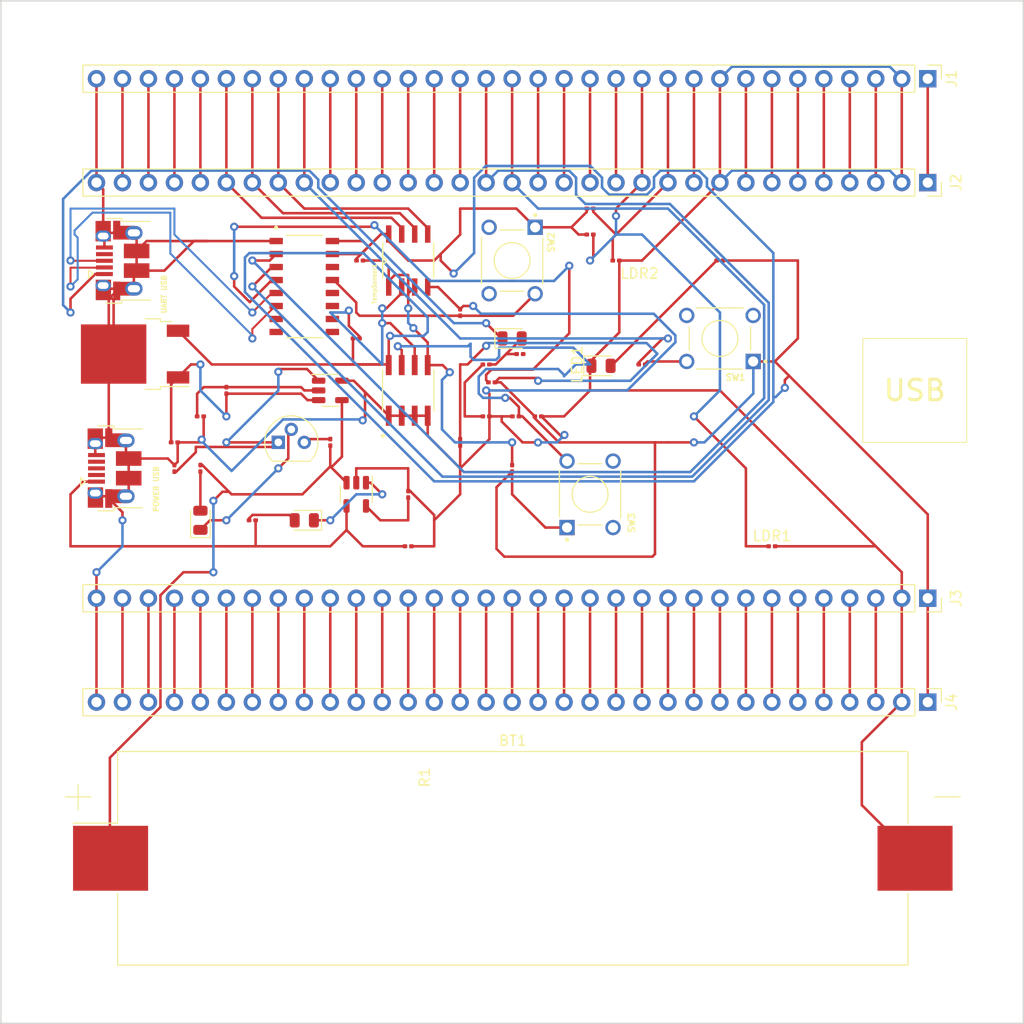
<source format=kicad_pcb>
(kicad_pcb (version 20211014) (generator pcbnew)
  (layers (0 "F.Cu" signal) (31 "B.Cu" signal) (34 "B.Paste" user) (35 "F.Paste" user) (36 "B.SilkS" user "B.Silkscreen") (37 "F.SilkS" user "F.Silkscreen") (38 "B.Mask" user) (39 "F.Mask" user) (44 "Edge.Cuts" user))
  (net 0 "")
  (net 1 "+3V0")
  (net 2 "GND")
  (net 3 "/VBAT")
  (net 4 "/PC13")
  (net 5 "/PC14")
  (net 6 "/PC15")
  (net 7 "/PF0")
  (net 8 "/PF1")
  (net 9 "/NRST")
  (net 10 "/PC0")
  (net 11 "/PC1")
  (net 12 "/PC2")
  (net 13 "/PC3")
  (net 14 "/PA0")
  (net 15 "/PA1")
  (net 16 "/PA2")
  (net 17 "/PA3")
  (net 18 "/PF4")
  (net 19 "/PF5")
  (net 20 "/PA4")
  (net 21 "/PA5")
  (net 22 "/PA6")
  (net 23 "/PA7")
  (net 24 "/PC4")
  (net 25 "/PC5")
  (net 26 "/PB0")
  (net 27 "/PB1")
  (net 28 "/PB2")
  (net 29 "/PB10")
  (net 30 "/PB11")
  (net 31 "/PB12")
  (net 32 "+5V")
  (net 33 "/PB9")
  (net 34 "/PB8")
  (net 35 "VDD")
  (net 36 "/BOOT")
  (net 37 "/PB7")
  (net 38 "/PB6")
  (net 39 "/PB5")
  (net 40 "/PB4")
  (net 41 "/PB3")
  (net 42 "/PD2")
  (net 43 "/PC12")
  (net 44 "/PC11")
  (net 45 "/PC10")
  (net 46 "/PA15")
  (net 47 "/PA14")
  (net 48 "/PF7")
  (net 49 "/PF6")
  (net 50 "/PA13")
  (net 51 "/PA12")
  (net 52 "/PA11")
  (net 53 "/PA10")
  (net 54 "/PA9")
  (net 55 "/PA8")
  (net 56 "/PC9")
  (net 57 "/PC8")
  (net 58 "/PC7")
  (net 59 "/PC6")
  (net 60 "/PB15")
  (net 61 "/PB14")
  (net 62 "/PB13")
  (net 63 "/Sensing/I2CBUS")
  (net 64 "/Sensing/CLK")
  (net 65 "/microcontroller_interfacing/GND = Normal R{slash}W operations")
  (net 66 "Net-(LED1-Pad2)")
  (net 67 "Net-(R9-Pad2)")
  (net 68 "Net-(R1-Pad1)")
  (net 69 "Net-(Q1-Pad1)")
  (net 70 "Net-(BT1-Pad1)")
  (net 71 "Net-(D1-Pad2)")
  (net 72 "OPAMP OUT")
  (net 73 "Net-(R4-Pad2)")
  (net 74 "Net-(Q1-Pad3)")
  (net 75 "Net-(D2-Pad2)")
  (net 76 "Net-(C2-Pad1)")
  (net 77 "Net-(D3-Pad2)")
  (net 78 "Net-(R16-Pad2)")
  (net 79 "/microcontroller_interfacing/USB PWR (5V)")
  (net 80 "Net-(FTDI(UART)1-Pad13)")
  (net 81 "Net-(D1-Pad1)")
  (net 82 "Net-(D2-Pad1)")
  (net 83 "Net-(D3-Pad1)")
  (net 84 "USB D-")
  (net 85 "USB D+")
  (net 87 "Net-(C5-Pad1)")
  (footprint "Resistor_SMD:R_0201_0603Metric" (layer "F.Cu") (at 147.32 78.74)
    (fp_text reference "R10" hide)
    (fp_text value "10K" hide)
  )
  (footprint "Package_TO_SOT_SMD:SOT-23-5" (layer "F.Cu") (at 124.46 106.68 -90)
    (fp_text reference "U2" hide)
    (fp_text value "TP4054")
  )
  (footprint "Resistor_SMD:R_0201_0603Metric" (layer "F.Cu") (at 160.02 83.82 180)
    (fp_text reference "R14" hide)
    (fp_text value "10k" hide)
  )
  (footprint "CH340C:SOIC127P600X180-16N" (layer "F.Cu") (at 119.38 86.36)
    (fp_text reference "FTDI(UART)1" hide)
    (fp_text value "CH340C")
  )
  (footprint "Capacitor_SMD:C_0201_0603Metric" (layer "F.Cu") (at 129.54 111.76)
    (fp_text reference "C2" hide)
    (fp_text value "1e-6" hide)
  )
  (footprint "Package_TO_SOT_SMD:SOT-23-5" (layer "F.Cu") (at 121.92 96.52)
    (fp_text reference "U1" hide)
    (fp_text value "TLV316")
  )
  (footprint "LED_SMD:LED_0805_2012Metric" (layer "F.Cu") (at 119.38 109.22 180)
    (fp_text reference "D2" hide)
    (fp_text value "2V" hide)
  )
  (footprint "Connector_USB:USB_Micro-B_Amphenol_10103594-0001LF_Horizontal" (layer "F.Cu") (at 101.6 83.82 90)
    (fp_text reference "J6" hide)
    (fp_text value "USB_B_Micro")
  )
  (footprint "Connector_USB:USB_Micro-B_Amphenol_10103594-0001LF_Horizontal" (layer "F.Cu") (at 100.825 104.115 90)
    (fp_text reference "J5" hide)
    (fp_text value "USB_B_Micro")
  )
  (footprint "Resistor_SMD:R_0201_0603Metric" (layer "F.Cu") (at 134.62 88.9 90)
    (fp_text reference "R18" hide)
    (fp_text value "4K7" hide)
  )
  (footprint "Resistor_SMD:R_0201_0603Metric" (layer "F.Cu") (at 137.16 93.98 180)
    (fp_text reference "R16" hide)
    (fp_text value "1K" hide)
  )
  (footprint "Capacitor_SMD:C_0201_0603Metric" (layer "F.Cu") (at 106.68 101.6)
    (fp_text reference "C1" hide)
    (fp_text value "0.33e-6" hide)
  )
  (footprint "SOIC127P600X175-8N:EEPROM" (layer "F.Cu") (at 129.54 96.52 90)
    (fp_text reference "EEPROM1" hide)
    (fp_text value "AT24C256C-SSHL-T")
  )
  (footprint "Resistor_SMD:R_0201_0603Metric" (layer "F.Cu") (at 165.1 111.76)
    (fp_text reference "LDR1")
    (fp_text value "10K - 0.2M" hide)
  )
  (footprint "1825910-6:SW_1825910-6-4" (layer "F.Cu") (at 160.02 91.44 180)
    (fp_text reference "SW1")
    (fp_text value "Push Button 1")
  )
  (footprint "Connector_PinSocket_2.54mm:PinSocket_1x33_P2.54mm_Vertical" (layer "F.Cu") (at 180.34 76.2 -90)
    (fp_text reference "J2")
    (fp_text value "Conn_01x33_Female" hide)
  )
  (footprint "Resistor_SMD:R_0201_0603Metric" (layer "F.Cu") (at 124.805 83.82)
    (fp_text reference "R12" hide)
    (fp_text value "10k" hide)
  )
  (footprint "LM75BD:SOIC127P600X175-8N" (layer "F.Cu") (at 129.54 83.82 90)
    (fp_text reference "TempSensor1")
    (fp_text value "LM75B")
  )
  (footprint "Resistor_SMD:R_0201_0603Metric" (layer "F.Cu") (at 137.16 99.06)
    (fp_text reference "R17" hide)
    (fp_text value "1K" hide)
  )
  (footprint "LED_SMD:LED_0805_2012Metric" (layer "F.Cu") (at 148.39355 94.11605)
    (fp_text reference "LED1")
    (fp_text value "2V" hide)
  )
  (footprint "Resistor_SMD:R_0201_0603Metric" (layer "F.Cu") (at 152.4 93.98)
    (fp_text reference "R9" hide)
    (fp_text value "1K" hide)
  )
  (footprint "Connector_PinHeader_2.54mm:PinHeader_1x33_P2.54mm_Vertical" (layer "F.Cu") (at 180.34 66.04 -90)
    (fp_text reference "J1")
    (fp_text value "Conn_01x33_Female" hide)
  )
  (footprint "Resistor_SMD:R_0201_0603Metric" (layer "F.Cu") (at 121.92 101.6 -90)
    (fp_text reference "R6" hide)
    (fp_text value "100ohms" hide)
  )
  (footprint "Resistor_SMD:R_0201_0603Metric" (layer "F.Cu") (at 111.76 96.52 90)
    (fp_text reference "R4" hide)
    (fp_text value "160" hide)
  )
  (footprint "Resistor_SMD:R_0201_0603Metric" (layer "F.Cu") (at 109.22 104.14 -90)
    (fp_text reference "R3" hide)
    (fp_text value "31ohms" hide)
  )
  (footprint "Capacitor_SMD:C_0201_0603Metric" (layer "F.Cu") (at 137.7 95.73)
    (fp_text reference "C5" hide)
    (fp_text value "CT41G-0402-2X1-16V-0.1μF-K(N)" hide)
  )
  (footprint "Resistor_SMD:R_0201_0603Metric" (layer "F.Cu") (at 140.045 99.06 180)
    (fp_text reference "R19" hide)
    (fp_text value "10K" hide)
  )
  (footprint "Resistor_SMD:R_0201_0603Metric" (layer "F.Cu") (at 124.46 91.44)
    (fp_text reference "R13" hide)
    (fp_text value "10k" hide)
  )
  (footprint "Connector_PinHeader_2.54mm:PinHeader_1x33_P2.54mm_Vertical" (layer "F.Cu") (at 180.34 127 -90)
    (fp_text reference "J4")
    (fp_text value "Conn_01x33_Female" hide)
  )
  (footprint "Resistor_SMD:R_0201_0603Metric" (layer "F.Cu") (at 140.462 92.964 180)
    (fp_text reference "R15" hide)
    (fp_text value "1K" hide)
  )
  (footprint "Capacitor_SMD:C_0201_0603Metric" (layer "F.Cu") (at 142.24 99.06)
    (fp_text reference "C4" hide)
    (fp_text value "0.1u" hide)
  )
  (footprint "Resistor_SMD:R_0201_0603Metric" (layer "F.Cu") (at 129.54 106.68 90)
    (fp_text reference "R1")
    (fp_text value "1650" hide)
  )
  (footprint "LED_SMD:LED_0805_2012Metric" (layer "F.Cu") (at 109.22 109.22 90)
    (fp_text reference "D1" hide)
    (fp_text value "2V" hide)
  )
  (footprint "Capacitor_SMD:C_0201_0603Metric" (layer "F.Cu") (at 134.62 101.6 -90)
    (fp_text reference "C3" hide)
    (fp_text value "0.1e-6" hide)
  )
  (footprint "Connector_PinSocket_2.54mm:PinSocket_1x33_P2.54mm_Vertical" (layer "F.Cu") (at 180.34 116.84 -90)
    (fp_text reference "J3")
    (fp_text value "Conn_01x33_Female" hide)
  )
  (footprint "Resistor_SMD:R_0201_0603Metric" (layer "F.Cu") (at 139.7 104.14 90)
    (fp_text reference "R11" hide)
    (fp_text value "10k" hide)
  )
  (footprint "LED_SMD:LED_0805_2012Metric" (layer "F.Cu") (at 139.7 91.44)
    (fp_text reference "D3" hide)
    (fp_text value "DIODE" hide)
  )
  (footprint "Resistor_SMD:R_0201_0603Metric" (layer "F.Cu") (at 106.68 104.14 -90)
    (fp_text reference "R2" hide)
    (fp_text value "100ohms" hide)
  )
  (footprint "Battery:BatteryHolder_Keystone_1042_1x18650" (layer "F.Cu") (at 139.767744 142.267744)
    (fp_text reference "BT1")
    (fp_text value "3V - 4.2V")
  )
  (footprint "1825910-6:SW_1825910-6-4" (layer "F.Cu") (at 139.7 83.82 -90)
    (fp_text reference "SW2")
    (fp_text value "C13828")
  )
  (footprint "Resistor_SMD:R_0201_0603Metric" (layer "F.Cu") (at 149.86 83.82)
    (fp_text reference "LDR2")
    (fp_text value "10k - 0.2M" hide)
  )
  (footprint "Resistor_SMD:R_0201_0603Metric" (layer "F.Cu") (at 114.3 109.22)
    (fp_text reference "R7" hide)
    (fp_text value "1000" hide)
  )
  (footprint "Resistor_SMD:R_0201_0603Metric" (layer "F.Cu") (at 109.22 99.06)
    (fp_text reference "R5" hide)
    (fp_text value "10" hide)
  )
  (footprint "Package_TO_SOT_THT:TO-92" (layer "F.Cu") (at 116.84 101.6)
    (fp_text reference "Q1" hide)
    (fp_text value "2N2222A")
  )
  (footprint "Resistor_SMD:R_0201_0603Metric" (layer "F.Cu") (at 147.32 81.28)
    (fp_text reference "R8" hide)
    (fp_text value "10K" hide)
  )
  (footprint "1825910-6:SW_1825910-6-4" (layer "F.Cu") (at 147.32 106.68 90)
    (fp_text reference "SW3")
    (fp_text value "C13828")
  )
  (footprint "Package_TO_SOT_SMD:TO-252-2" (layer "F.Cu") (at 102.835 92.965 180)
    (fp_text reference "VoltageRegulator1" hide)
    (fp_text value "CJ78M05")
  )
  (gr_rect (start 173.99 91.44) (end 184.15 101.6) (layer "F.SilkS") (width 0.1) (fill none))
  (gr_line (start 189.7 58.42) (end 189.7 158.42) (layer "Edge.Cuts") (width 0.15))
  (gr_line (start 89.7 58.42) (end 189.7 58.42) (layer "Edge.Cuts") (width 0.15))
  (gr_line (start 89.7 58.42) (end 89.7 158.42) (layer "Edge.Cuts") (width 0.15))
  (gr_line (start 89.7 158.42) (end 189.7 158.42) (layer "Edge.Cuts") (width 0.15))
  (gr_text "USB" (at 179.07 96.52) (layer "F.SilkS") (effects (font (size 2 2) (thickness 0.3))))
  (segment (start 180.34 66.04) (end 180.34 76.2) (width 0.25) (layer "F.Cu") (net 1))
  (segment (start 138.684 99.559386) (end 138.684 99.06) (width 0.25) (layer "F.Cu") (net 2))
  (segment (start 101.94 101.41) (end 101.94 102.91) (width 0.25) (layer "F.Cu") (net 2))
  (segment (start 99.835 82.545) (end 99.835 81.545) (width 0.25) (layer "F.Cu") (net 2))
  (segment (start 124.21 95.57) (end 125.318 96.678) (width 0.25) (layer "F.Cu") (net 2))
  (segment (start 127.635 98.995) (end 131.445 98.995) (width 0.25) (layer "F.Cu") (net 2))
  (segment (start 134.62 101.92) (end 134.62 104.14) (width 0.25) (layer "F.Cu") (net 2))
  (segment (start 99.06 116.84) (end 99.06 114.3) (width 0.25) (layer "F.Cu") (net 2))
  (segment (start 140.716 101.6) (end 140.716 101.591386) (width 0.25) (layer "F.Cu") (net 2))
  (segment (start 140.716 101.591386) (end 138.684 99.559386) (width 0.25) (layer "F.Cu") (net 2))
  (segment (start 134.935 88.265) (end 134.62 88.58) (width 0.25) (layer "F.Cu") (net 2))
  (segment (start 150.18 83.82) (end 152.4 83.82) (width 0.25) (layer "F.Cu") (net 2))
  (segment (start 99.835 81.545) (end 99.715 81.425) (width 0.25) (layer "F.Cu") (net 2))
  (segment (start 142.56 99.06) (end 144.78 99.06) (width 0.25) (layer "F.Cu") (net 2))
  (segment (start 99.715 76.855) (end 99.06 76.2) (width 0.25) (layer "F.Cu") (net 2))
  (segment (start 102.985 84.805) (end 105.695 84.805) (width 0.25) (layer "F.Cu") (net 2))
  (segment (start 147.32 93.7079) (end 150.18 90.8479) (width 0.25) (layer "F.Cu") (net 2))
  (segment (start 144.78 101.15048) (end 144.78 100.908819) (width 0.25) (layer "F.Cu") (net 2))
  (segment (start 101.94 102.91) (end 102.21 103.18) (width 0.25) (layer "F.Cu") (net 2))
  (segment (start 123.0575 95.57) (end 124.21 95.57) (width 0.25) (layer "F.Cu") (net 2))
  (segment (start 173.894511 137.104511) (end 173.894511 130.905489) (width 0.25) (layer "F.Cu") (net 2))
  (segment (start 102.715 86.575) (end 102.715 85.075) (width 0.25) (layer "F.Cu") (net 2))
  (segment (start 137.48 99.06) (end 137.48 101.28) (width 0.25) (layer "F.Cu") (net 2))
  (segment (start 102.985 82.885) (end 103.955 81.915) (width 0.25) (layer "F.Cu") (net 2))
  (segment (start 100.735 87.695) (end 99.735 86.695) (width 0.25) (layer "F.Cu") (net 2))
  (segment (start 129.730361 106.36) (end 129.54 106.36) (width 0.25) (layer "F.Cu") (net 2))
  (segment (start 134.62 88.58) (end 132.4508 86.4108) (width 0.25) (layer "F.Cu") (net 2))
  (segment (start 142.227701 101.612299) (end 142.215402 101.6) (width 0.25) (layer "F.Cu") (net 2))
  (segment (start 106.68 103.82) (end 107 103.5) (width 0.25) (layer "F.Cu") (net 2))
  (segment (start 134.62 106.68) (end 132.08 109.22) (width 0.25) (layer "F.Cu") (net 2))
  (segment (start 179.097744 142.267744) (end 173.962255 137.132255) (width 0.25) (layer "F.Cu") (net 2))
  (segment (start 135.89 88.265) (end 134.935 88.265) (width 0.25) (layer "F.Cu") (net 2))
  (segment (start 105.695 84.805) (end 108.585 81.915) (width 0.25) (layer "F.Cu") (net 2))
  (segment (start 165.42 111.76) (end 175.26 111.76) (width 0.25) (layer "F.Cu") (net 2))
  (segment (start 102.21 106.6) (end 101.94 106.87) (width 0.25) (layer "F.Cu") (net 2))
  (segment (start 132.08 108.709639) (end 129.730361 106.36) (width 0.25) (layer "F.Cu") (net 2))
  (segment (start 129.86 111.76) (end 132.08 111.76) (width 0.25) (layer "F.Cu") (net 2))
  (segment (start 109.855 81.915) (end 116.63 81.915) (width 0.25) (layer "F.Cu") (net 2))
  (segment (start 134.62 106.68) (end 134.62 104.14) (width 0.25) (layer "F.Cu") (net 2))
  (segment (start 144.78 99.06) (end 147.32 96.52) (width 0.25) (layer "F.Cu") (net 2))
  (segment (start 100.26 107.09) (end 101.6 108.43) (width 0.25) (layer "F.Cu") (net 2))
  (segment (start 100.025 81.115) (end 99.715 81.425) (width 0.25) (layer "F.Cu") (net 2))
  (segment (start 100.26 101.14) (end 100.26 87.57) (width 0.25) (layer "F.Cu") (net 2))
  (segment (start 137.48 96.844098) (end 137.159527 96.523625) (width 0.25) (layer "F.Cu") (net 2))
  (segment (start 177.8 76.2) (end 177.8 66.04) (width 0.25) (layer "F.Cu") (net 2))
  (segment (start 125.318 96.678) (end 127.635 98.995) (width 0.25) (layer "F.Cu") (net 2))
  (segment (start 99.06 76.2) (end 99.06 66.04) (width 0.25) (layer "F.Cu") (net 2))
  (segment (start 102.715 81.115) (end 100.025 81.115) (width 0.25) (layer "F.Cu") (net 2))
  (segment (start 131.445 98.995) (end 131.445 100.965) (width 0.25) (layer "F.Cu") (net 2))
  (segment (start 132.4508 86.4108) (end 131.445 86.4108) (width 0.25) (layer "F.Cu") (net 2))
  (segment (start 107 101.6) (end 109.22 101.6) (width 0.25) (layer "F.Cu") (net 2))
  (segment (start 138.684 99.06) (end 139.725 99.06) (width 0.25) (layer "F.Cu") (net 2))
  (segment (start 109.54 101.28) (end 109.54 99.06) (width 0.25) (layer "F.Cu") (net 2))
  (segment (start 100.26 87.57) (end 101.035 86.795) (width 0.25) (layer "F.Cu") (net 2))
  (segment (start 106.04 103.18) (end 102.21 103.18) (width 0.25) (layer "F.Cu") (net 2))
  (segment (start 101.6 108.43) (end 101.6 109.22) (width 0.25) (layer "F.Cu") (net 2))
  (segment (start 100.025 86.575) (end 99.715 86.265) (width 0.25) (layer "F.Cu") (net 2))
  (segment (start 137.48 101.28) (end 134.62 104.14) (width 0.25) (layer "F.Cu") (net 2))
  (segment (start 129.54 104.14) (end 129.54 106.36) (width 0.25) (layer "F.Cu") (net 2))
  (segment (start 137.48 99.06) (end 137.48 96.844098) (width 0.25) (layer "F.Cu") (net 2))
  (segment (start 103.955 81.915) (end 109.855 81.915) (width 0.25) (layer "F.Cu") (net 2))
  (segment (start 152.4 83.82) (end 160.02 76.2) (width 0.25) (layer "F.Cu") (net 2))
  (segment (start 109.22 101.6) (end 109.54 101.28) (width 0.25) (layer "F.Cu") (net 2))
  (segment (start 100.735 92.965) (end 100.735 87.695) (width 0.25) (layer "F.Cu") (net 2))
  (segment (start 99.25 106.87) (end 98.94 106.56) (width 0.25) (layer "F.Cu") (net 2))
  (segment (start 177.8 116.84) (end 177.8 114.3) (width 0.25) (layer "F.Cu") (net 2))
  (segment (start 150.18 90.8479) (end 150.18 83.82) (width 0.25) (layer "F.Cu") (net 2))
  (segment (start 177.8 114.3) (end 175.26 111.76) (width 0.25) (layer "F.Cu") (net 2))
  (segment (start 132.08 109.22) (end 132.08 108.709639) (width 0.25) (layer "F.Cu") (net 2))
  (segment (start 100.26 101.14) (end 99.52 101.14) (width 0.25) (layer "F.Cu") (net 2))
  (segment (start 173.894511 130.905489) (end 177.8 127) (width 0.25) (layer "F.Cu") (net 2))
  (segment (start 107 103.5) (end 107 101.6) (width 0.25) (layer "F.Cu") (net 2))
  (segment (start 147.18395 93.84395) (end 147.45605 94.11605) (width 0.25) (layer "F.Cu") (net 2))
  (segment (start 124.46 105.5425) (end 124.46 104.14) (width 0.25) (layer "F.Cu") (net 2))
  (segment (start 131.445 100.965) (end 134.62 104.14) (width 0.25) (layer "F.Cu") (net 2))
  (segment (start 177.8 116.84) (end 177.8 127) (width 0.25) (layer "F.Cu") (net 2))
  (segment (start 101.94 106.87) (end 99.25 106.87) (width 0.25) (layer "F.Cu") (net 2))
  (segment (start 125.318 99.218) (end 125.090701 99.445299) (width 0.25) (layer "F.Cu") (net 2))
  (segment (start 144.78 100.908819) (end 144.813319 100.8755) (width 0.25) (layer "F.Cu") (net 2))
  (segment (start 98.94 102.72) (end 99.06 102.84) (width 0.25) (layer "F.Cu") (net 2))
  (segment (start 132.08 111.76) (end 132.08 109.22) (width 0.25) (layer "F.Cu") (net 2))
  (segment (start 102.985 84.805) (end 102.985 82.885) (width 0.25) (layer "F.Cu") (net 2))
  (segment (start 137.48 99.06) (end 138.684 99.06) (width 0.25) (layer "F.Cu") (net 2))
  (segment (start 99.06 127) (end 99.06 116.84) (width 0.25) (layer "F.Cu") (net 2))
  (segment (start 99.52 101.14) (end 98.94 101.72) (width 0.25) (layer "F.Cu") (net 2))
  (segment (start 102.715 86.575) (end 100.025 86.575) (width 0.25) (layer "F.Cu") (net 2))
  (segment (start 160.02 96.52) (end 147.32 96.52) (width 0.25) (layer "F.Cu") (net 2))
  (segment (start 102.715 85.075) (end 102.985 84.805) (width 0.25) (layer "F.Cu") (net 2))
  (segment (start 142.56 99.06) (end 144.65048 101.15048) (width 0.25) (layer "F.Cu") (net 2))
  (segment (start 98.94 101.72) (end 98.94 102.72) (width 0.25) (layer "F.Cu") (net 2))
  (segment (start 144.65048 101.15048) (end 144.78 101.15048) (width 0.25) (layer "F.Cu") (net 2))
  (segment (start 102.985 82.885) (end 102.985 81.385) (width 0.25) (layer "F.Cu") (net 2))
  (segment (start 102.985 81.385) (end 102.715 81.115) (width 0.25) (layer "F.Cu") (net 2))
  (segment (start 102.21 105.1) (end 102.21 106.6) (width 0.25) (layer "F.Cu") (net 2))
  (segment (start 160.02 76.2) (end 160.02 66.04) (width 0.25) (layer "F.Cu") (net 2))
  (segment (start 106.68 103.82) (end 106.04 103.18) (width 0.25) (layer "F.Cu") (net 2))
  (segment (start 108.585 81.915) (end 109.855 81.915) (width 0.25) (layer "F.Cu") (net 2))
  (segment (start 124.46 104.14) (end 129.54 104.14) (width 0.25) (layer "F.Cu") (net 2))
  (segment (start 142.215402 101.6) (end 140.716 101.6) (width 0.25) (layer "F.Cu") (net 2))
  (segment (start 175.26 111.76) (end 160.02 96.52) (width 0.25) (layer "F.Cu") (net 2))
  (segment (start 147.32 96.52) (end 147.32 93.7079) (width 0.25) (layer "F.Cu") (net 2))
  (segment (start 125.318 96.678) (end 125.318 99.218) (width 0.25) (layer "F.Cu") (net 2))
  (segment (start 102.21 103.18) (end 102.21 105.1) (width 0.25) (layer "F.Cu") (net 2))
  (segment (start 99.715 81.425) (end 99.715 76.855) (width 0.25) (layer "F.Cu") (net 2))
  (via (at 137.159527 96.523625) (size 0.8) (drill 0.4) (layers "F.Cu" "B.Cu") (net 2))
  (via (at 125.090701 99.445299) (size 0.8) (drill 0.4) (layers "F.Cu" "B.Cu") (net 2))
  (via (at 109.347 101.32502) (size 0.8) (drill 0.4) (layers "F.Cu" "B.Cu") (net 2))
  (via (at 135.89 88.265) (size 0.8) (drill 0.4) (layers "F.Cu" "B.Cu") (net 2))
  (via (at 144.813319 100.8755) (size 0.8) (drill 0.4) (layers "F.Cu" "B.Cu") (net 2))
  (via (at 142.227701 101.612299) (size 0.8) (drill 0.4) (layers "F.Cu" "B.Cu") (net 2))
  (via (at 99.06 114.3) (size 0.8) (drill 0.4) (layers "F.Cu" "B.Cu") (net 2))
  (via (at 101.6 109.22) (size 0.8) (drill 0.4) (layers "F.Cu" "B.Cu") (net 2))
  (segment (start 117.306511 99.355489) (end 112.268 104.394) (width 0.25) (layer "B.Cu") (net 2))
  (segment (start 161.194511 75.025489) (end 160.02 76.2) (width 0.25) (layer "B.Cu") (net 2))
  (segment (start 176.625489 64.865489) (end 161.194511 64.865489) (width 0.25) (layer "B.Cu") (net 2))
  (segment (start 176.625489 75.025489) (end 161.194511 75.025489) (width 0.25) (layer "B.Cu") (net 2))
  (segment (start 101.6 109.22) (end 101.6 111.76) (width 0.25) (layer "B.Cu") (net 2))
  (segment (start 109.347 101.473) (end 109.347 101.32502) (width 0.25) (layer "B.Cu") (net 2))
  (segment (start 177.8 76.2) (end 176.625489 75.025489) (width 0.25) (layer "B.Cu") (net 2))
  (segment (start 125.090701 99.445299) (end 125.000891 99.355489) (width 0.25) (layer "B.Cu") (net 2))
  (segment (start 142.24 101.6) (end 142.227701 101.612299) (width 0.25) (layer "B.Cu") (net 2))
  (segment (start 153.547307 89.022693) (end 136.647693 89.022693) (width 0.25) (layer "B.Cu") (net 2))
  (segment (start 177.8 66.04) (end 176.625489 64.865489) (width 0.25) (layer "B.Cu") (net 2))
  (segment (start 136.647693 89.022693) (end 135.89 88.265) (width 0.25) (layer "B.Cu") (net 2))
  (segment (start 155.664511 91.813664) (end 155.664511 91.139897) (width 0.25) (layer "B.Cu") (net 2))
  (segment (start 161.194511 64.865489) (end 160.02 66.04) (width 0.25) (layer "B.Cu") (net 2))
  (segment (start 112.268 104.394) (end 109.347 101.473) (width 0.25) (layer "B.Cu") (net 2))
  (segment (start 144.813319 100.8755) (end 144.088819 101.6) (width 0.25) (layer "B.Cu") (net 2))
  (segment (start 144.088819 101.6) (end 142.24 101.6) (width 0.25) (layer "B.Cu") (net 2))
  (segment (start 137.159527 96.523625) (end 150.95455 96.523625) (width 0.25) (layer "B.Cu") (net 2))
  (segment (start 125.000891 99.355489) (end 117.306511 99.355489) (width 0.25) (layer "B.Cu") (net 2))
  (segment (start 150.95455 96.523625) (end 155.664511 91.813664) (width 0.25) (layer "B.Cu") (net 2))
  (segment (start 101.6 111.76) (end 99.06 114.3) (width 0.25) (layer "B.Cu") (net 2))
  (segment (start 155.664511 91.139897) (end 153.547307 89.022693) (width 0.25) (layer "B.Cu") (net 2))
  (segment (start 175.26 66.04) (end 175.26 76.2) (width 0.25) (layer "F.Cu") (net 3))
  (segment (start 172.72 76.2) (end 172.72 66.04) (width 0.25) (layer "F.Cu") (net 4))
  (segment (start 170.18 66.04) (end 170.18 76.2) (width 0.25) (layer "F.Cu") (net 5))
  (segment (start 167.64 76.2) (end 167.64 66.04) (width 0.25) (layer "F.Cu") (net 6))
  (segment (start 165.1 66.04) (end 165.1 76.2) (width 0.25) (layer "F.Cu") (net 7))
  (segment (start 162.56 76.2) (end 162.56 66.04) (width 0.25) (layer "F.Cu") (net 8))
  (segment (start 157.48 66.04) (end 157.48 76.2) (width 0.25) (layer "F.Cu") (net 9))
  (segment (start 154.94 76.2) (end 149.86 81.28) (width 0.25) (layer "F.Cu") (net 10))
  (segment (start 154.94 76.2) (end 154.94 66.04) (width 0.25) (layer "F.Cu") (net 10))
  (segment (start 149.54 81.6) (end 149.86 81.28) (width 0.25) (layer "F.Cu") (net 10))
  (segment (start 147.64 79.06) (end 147.64 78.74) (width 0.25) (layer "F.Cu") (net 10))
  (segment (start 149.86 81.28) (end 147.64 79.06) (width 0.25) (layer "F.Cu") (net 10))
  (segment (start 149.54 83.82) (end 149.54 81.6) (width 0.25) (layer "F.Cu") (net 10))
  (segment (start 152.4 66.04) (end 152.4 76.2) (width 0.25) (layer "F.Cu") (net 11))
  (segment (start 164.78 111.76) (end 162.56 111.76) (width 0.25) (layer "F.Cu") (net 11))
  (segment (start 152.4 76.2) (end 149.86 78.74) (width 0.25) (layer "F.Cu") (net 11))
  (segment (start 162.56 104.14) (end 157.48 99.06) (width 0.25) (layer "F.Cu") (net 11))
  (segment (start 149.86 79.4645) (end 149.86 78.74) (width 0.25) (layer "F.Cu") (net 11))
  (segment (start 162.56 111.76) (end 162.56 104.14) (width 0.25) (layer "F.Cu") (net 11))
  (segment (start 147.64 81.28) (end 147.64 83.5) (width 0.25) (layer "F.Cu") (net 11))
  (segment (start 147.64 83.5) (end 147.32 83.82) (width 0.25) (layer "F.Cu") (net 11))
  (via (at 149.86 79.4645) (size 0.8) (drill 0.4) (layers "F.Cu" "B.Cu") (net 11))
  (via (at 157.48 99.06) (size 0.8) (drill 0.4) (layers "F.Cu" "B.Cu") (net 11))
  (via (at 147.32 83.82) (size 0.8) (drill 0.4) (layers "F.Cu" "B.Cu") (net 11))
  (segment (start 149.86 81.28) (end 149.86 79.18952) (width 0.25) (layer "B.Cu") (net 11))
  (segment (start 160.02 96.52) (end 160.02 88.9) (width 0.25) (layer "B.Cu") (net 11))
  (segment (start 149.86 79.18952) (end 149.86 79.4645) (width 0.25) (layer "B.Cu") (net 11))
  (segment (start 160.02 88.9) (end 152.4 81.28) (width 0.25) (layer "B.Cu") (net 11))
  (segment (start 152.4 81.28) (end 149.86 81.28) (width 0.25) (layer "B.Cu") (net 11))
  (segment (start 147.32 83.82) (end 149.86 81.28) (width 0.25) (layer "B.Cu") (net 11))
  (segment (start 157.48 99.06) (end 160.02 96.52) (width 0.25) (layer "B.Cu") (net 11))
  (segment (start 149.86 76.2) (end 149.86 66.04) (width 0.25) (layer "F.Cu") (net 12))
  (segment (start 147.32 66.04) (end 147.32 76.2) (width 0.25) (layer "F.Cu") (net 13))
  (segment (start 144.78 76.2) (end 144.78 66.04) (width 0.25) (layer "F.Cu") (net 14))
  (segment (start 142.24 66.04) (end 142.24 76.2) (width 0.25) (layer "F.Cu") (net 15))
  (segment (start 139.7 76.2) (end 139.7 66.04) (width 0.25) (layer "F.Cu") (net 16))
  (segment (start 115.995 83.82) (end 114.3 83.82) (width 0.25) (layer "F.Cu") (net 16))
  (segment (start 116.63 83.185) (end 115.995 83.82) (width 0.25) (layer "F.Cu") (net 16))
  (via (at 114.3 83.82) (size 0.8) (drill 0.4) (layers "F.Cu" "B.Cu") (net 16))
  (segment (start 164.343511 88.143511) (end 154.94 78.74) (width 0.25) (layer "B.Cu") (net 16))
  (segment (start 134.983511 104.503511) (end 157.116489 104.503511) (width 0.25) (layer "B.Cu") (net 16))
  (segment (start 164.343511 97.276489) (end 164.343511 88.143511) (width 0.25) (layer "B.Cu") (net 16))
  (segment (start 114.3 83.82) (end 134.983511 104.503511) (width 0.25) (layer "B.Cu") (net 16))
  (segment (start 142.24 78.74) (end 139.7 76.2) (width 0.25) (layer "B.Cu") (net 16))
  (segment (start 157.116489 104.503511) (end 164.343511 97.276489) (width 0.25) (layer "B.Cu") (net 16))
  (segment (start 154.94 78.74) (end 142.24 78.74) (width 0.25) (layer "B.Cu") (net 16))
  (segment (start 116.63 84.455) (end 116.205 84.455) (width 0.25) (layer "F.Cu") (net 17))
  (segment (start 137.16 66.04) (end 137.16 76.2) (width 0.25) (layer "F.Cu") (net 17))
  (segment (start 116.205 84.455) (end 114.3 86.36) (width 0.25) (layer "F.Cu") (net 17))
  (via (at 114.3 86.36) (size 0.8) (drill 0.4) (layers "F.Cu" "B.Cu") (net 17))
  (segment (start 145.954511 77.374511) (end 145.954511 75.713501) (width 0.25) (layer "B.Cu") (net 17))
  (segment (start 114.3 86.36) (end 132.893031 104.953031) (width 0.25) (layer "B.Cu") (net 17))
  (segment (start 164.793031 97.462686) (end 164.793031 87.957313) (width 0.25) (layer "B.Cu") (net 17))
  (segment (start 138.334511 75.025489) (end 137.16 76.2) (width 0.25) (layer "B.Cu") (net 17))
  (segment (start 155.126197 78.29048) (end 146.87048 78.29048) (width 0.25) (layer "B.Cu") (net 17))
  (segment (start 145.266499 75.025489) (end 138.334511 75.025489) (width 0.25) (layer "B.Cu") (net 17))
  (segment (start 157.302687 104.953031) (end 164.793031 97.462686) (width 0.25) (layer "B.Cu") (net 17))
  (segment (start 164.793031 87.957313) (end 155.126197 78.29048) (width 0.25) (layer "B.Cu") (net 17))
  (segment (start 132.893031 104.953031) (end 157.302687 104.953031) (width 0.25) (layer "B.Cu") (net 17))
  (segment (start 145.954511 75.713501) (end 145.266499 75.025489) (width 0.25) (layer "B.Cu") (net 17))
  (segment (start 146.87048 78.29048) (end 145.954511 77.374511) (width 0.25) (layer "B.Cu") (net 17))
  (segment (start 134.62 76.2) (end 134.62 66.04) (width 0.25) (layer "F.Cu") (net 18))
  (segment (start 132.08 66.04) (end 132.08 76.2) (width 0.25) (layer "F.Cu") (net 19))
  (segment (start 129.54 76.2) (end 129.54 66.04) (width 0.25) (layer "F.Cu") (net 20))
  (segment (start 127 66.04) (end 127 76.2) (width 0.25) (layer "F.Cu") (net 21))
  (segment (start 124.46 76.2) (end 124.46 66.04) (width 0.25) (layer "F.Cu") (net 22))
  (segment (start 121.92 66.04) (end 121.92 76.2) (width 0.25) (layer "F.Cu") (net 23))
  (segment (start 152.08 93.98) (end 152.08 93.789639) (width 0.25) (layer "F.Cu") (net 24))
  (segment (start 152.08 93.789639) (end 154.429639 91.44) (width 0.25) (layer "F.Cu") (net 24))
  (segment (start 119.38 76.2) (end 119.38 66.04) (width 0.25) (layer "F.Cu") (net 24))
  (segment (start 154.429639 91.44) (end 154.94 91.44) (width 0.25) (layer "F.Cu") (net 24))
  (via (at 154.94 91.44) (size 0.8) (drill 0.4) (layers "F.Cu" "B.Cu") (net 24))
  (segment (start 134.62 91.44) (end 119.38 76.2) (width 0.25) (layer "B.Cu") (net 24))
  (segment (start 154.94 91.44) (end 134.62 91.44) (width 0.25) (layer "B.Cu") (net 24))
  (segment (start 119.38 78.74) (end 116.84 76.2) (width 0.25) (layer "F.Cu") (net 25))
  (segment (start 116.84 66.04) (end 116.84 76.2) (width 0.25) (layer "F.Cu") (net 25))
  (segment (start 131.445 80.645) (end 129.54 78.74) (width 0.25) (layer "F.Cu") (net 25))
  (segment (start 129.54 78.74) (end 119.38 78.74) (width 0.25) (layer "F.Cu") (net 25))
  (segment (start 131.445 81.2292) (end 131.445 80.645) (width 0.25) (layer "F.Cu") (net 25))
  (segment (start 130.175 81.2292) (end 130.175 80.645) (width 0.25) (layer "F.Cu") (net 26))
  (segment (start 130.175 80.645) (end 128.71952 79.18952) (width 0.25) (layer "F.Cu") (net 26))
  (segment (start 117.28952 79.18952) (end 114.3 76.2) (width 0.25) (layer "F.Cu") (net 26))
  (segment (start 114.3 76.2) (end 114.3 66.04) (width 0.25) (layer "F.Cu") (net 26))
  (segment (start 128.71952 79.18952) (end 117.28952 79.18952) (width 0.25) (layer "F.Cu") (net 26))
  (segment (start 111.76 66.04) (end 111.76 76.2) (width 0.25) (layer "F.Cu") (net 27))
  (segment (start 127.89904 79.63904) (end 115.19904 79.63904) (width 0.25) (layer "F.Cu") (net 27))
  (segment (start 128.905 80.645) (end 127.89904 79.63904) (width 0.25) (layer "F.Cu") (net 27))
  (segment (start 128.905 81.2292) (end 128.905 80.645) (width 0.25) (layer "F.Cu") (net 27))
  (segment (start 115.19904 79.63904) (end 111.76 76.2) (width 0.25) (layer "F.Cu") (net 27))
  (segment (start 109.22 76.2) (end 109.22 66.04) (width 0.25) (layer "F.Cu") (net 28))
  (segment (start 106.68 66.04) (end 106.68 76.2) (width 0.25) (layer "F.Cu") (net 29))
  (segment (start 104.14 76.2) (end 104.14 66.04) (width 0.25) (layer "F.Cu") (net 30))
  (segment (start 101.6 66.04) (end 101.6 76.2) (width 0.25) (layer "F.Cu") (net 31))
  (segment (start 127.635 94.045) (end 127.635 91.313) (width 0.25) (layer "F.Cu") (net 32))
  (segment (start 167.64 83.82) (end 160.34 83.82) (width 0.25) (layer "F.Cu") (net 32))
  (segment (start 124.14 93.66) (end 124.46 93.98) (width 0.25) (layer "F.Cu") (net 32))
  (segment (start 141.92 99.06) (end 138.59 95.73) (width 0.25) (layer "F.Cu") (net 32))
  (segment (start 124.46 93.98) (end 127 93.98) (width 0.25) (layer "F.Cu") (net 32))
  (segment (start 153.67 112.522) (end 153.67 101.6) (width 0.25) (layer "F.Cu") (net 32))
  (segment (start 138.176 105.984) (end 138.176 112.014) (width 0.25) (layer "F.Cu") (net 32))
  (segment (start 107.035 90.685) (end 110.33 93.98) (width 0.25) (layer "F.Cu") (net 32))
  (segment (start 153.67 101.6) (end 144.269639 101.6) (width 0.25) (layer "F.Cu") (net 32))
  (segment (start 124.485 83.629639) (end 125.64732 82.46732) (width 0.25) (layer "F.Cu") (net 32))
  (segment (start 166.37 95.504) (end 166.37 96.266) (width 0.25) (layer "F.Cu") (net 32))
  (segment (start 139.7 106.68) (end 139.7 104.46) (width 0.25) (layer "F.Cu") (net 32))
  (segment (start 124.14 91.44) (end 124.14 93.66) (width 0.25) (layer "F.Cu") (net 32))
  (segment (start 140.12 78.74) (end 141.95 80.57) (width 0.25) (layer "F.Cu") (net 32))
  (segment (start 166.787 95.087) (end 166.37 95.504) (width 0.25) (layer "F.Cu") (net 32))
  (segment (start 124.92964 83.185) (end 125.64732 82.46732) (width 0.25) (layer "F.Cu") (net 32))
  (segment (start 135.3445 93.98) (end 134.62 93.98) (width 0.25) (layer "F.Cu") (net 32))
  (segment (start 138.176 112.014) (end 138.938 112.776) (width 0.25) (layer "F.Cu") (net 32))
  (segment (start 147 78.74) (end 147 79.06) (width 0.25) (layer "F.Cu") (net 32))
  (segment (start 124.46 93.98) (end 121.92 93.98) (width 0.25) (layer "F.Cu") (net 32))
  (segment (start 180.34 108.64) (end 166.787 95.087) (width 0.25) (layer "F.Cu") (net 32))
  (segment (start 137.16 92.1645) (end 135.3445 93.98) (width 0.25) (layer "F.Cu") (net 32))
  (segment (start 134.62 78.74) (end 140.12 78.74) (width 0.25) (layer "F.Cu") (net 32))
  (segment (start 125.095 81.915) (end 125.64732 82.46732) (width 0.25) (layer "F.Cu") (net 32))
  (segment (start 180.34 127) (end 180.34 116.84) (width 0.25) (layer "F.Cu") (net 32))
  (segment (start 139.7 104.46) (end 138.176 105.984) (width 0.25) (layer "F.Cu") (net 32))
  (segment (start 138.44596 95.30404) (end 142.24 95.30404) (width 0.25) (layer "F.Cu") (net 32))
  (segment (start 165.39 93.69) (end 167.64 91.44) (width 0.25) (layer "F.Cu") (net 32))
  (segment (start 129.54 83.82) (end 132.08 83.82) (width 0.25) (layer "F.Cu") (net 32))
  (segment (start 154.94 101.6) (end 153.67 101.6) (width 0.25) (layer "F.Cu") (net 32))
  (segment (start 127 93.98) (end 127.57 93.98) (width 0.25) (layer "F.Cu") (net 32))
  (segment (start 142.95 109.93) (end 139.7 106.68) (width 0.25) (layer "F.Cu") (net 32))
  (segment (start 166.787 95.087) (end 165.39 93.69) (width 0.25) (layer "F.Cu") (net 32))
  (segment (start 133.985 85.09) (end 132.715 83.82) (width 0.25) (layer "F.Cu") (net 32))
  (segment (start 142.24 95.30404) (end 142.24 95.57902) (width 0.25) (layer "F.Cu") (net 32))
  (segment (start 138.938 112.776) (end 153.416 112.776) (width 0.25) (layer "F.Cu") (net 32))
  (segment (start 126.885439 81.2292) (end 127.635 81.2292) (width 0.25) (layer "F.Cu") (net 32))
  (segment (start 132.715 83.82) (end 132.715 83.185) (width 0.25) (layer "F.Cu") (net 32))
  (segment (start 145.49 80.57) (end 141.95 80.57) (width 0.25) (layer "F.Cu") (net 32))
  (segment (start 134.62 81.28) (end 134.62 78.74) (width 0.25) (layer "F.Cu") (net 32))
  (segment (start 147 81.28) (end 146.2 81.28) (width 0.25) (layer "F.Cu") (net 32))
  (segment (start 127.57 93.98) (end 127.635 94.045) (width 0.25) (layer "F.Cu") (net 32))
  (segment (start 141.92 99.250361) (end 141.92 99.06) (width 0.25) (layer "F.Cu") (net 32))
  (segment (start 125.64732 82.46732) (end 126.885439 81.2292) (width 0.25) (layer "F.Cu") (net 32))
  (segment (start 122.13 83.185) (end 124.92964 83.185) (width 0.25) (layer "F.Cu") (net 32))
  (segment (start 180.34 116.84) (end 180.34 108.64) (width 0.25) (layer "F.Cu") (net 32))
  (segment (start 134.62 101.28) (end 134.62 93.98) (width 0.25) (layer "F.Cu") (net 32))
  (segment (start 132.08 83.82) (end 132.715 83.185) (width 0.25) (layer "F.Cu") (net 32))
  (segment (start 154.94 101.6) (end 157.48 101.6) (width 0.25) (layer "F.Cu") (net 32))
  (segment (start 127.635 81.915) (end 129.54 83.82) (width 0.25) (layer "F.Cu") (net 32))
  (segment (start 146.2 81.28) (end 145.49 80.57) (width 0.25) (layer "F.Cu") (net 32))
  (segment (start 127.635 81.2292) (end 127.635 81.915) (width 0.25) (layer "F.Cu") (net 32))
  (segment (start 132.715 83.185) (end 134.62 81.28) (width 0.25) (layer "F.Cu") (net 32))
  (segment (start 163.27 93.69) (end 165.39 93.69) (width 0.25) (layer "F.Cu") (net 32))
  (segment (start 127.635 91.313) (end 127.762 91.186) (width 0.25) (layer "F.Cu") (net 32))
  (segment (start 138.02 95.73) (end 138.44596 95.30404) (width 0.25) (layer "F.Cu") (net 32))
  (segment (start 122.13 81.915) (end 125.095 81.915) (width 0.25) (layer "F.Cu") (net 32))
  (segment (start 138.59 95.73) (end 138.02 95.73) (width 0.25) (layer "F.Cu") (net 32))
  (segment (start 167.64 91.44) (end 167.64 83.82) (width 0.25) (layer "F.Cu") (net 32))
  (segment (start 147 79.06) (end 145.49 80.57) (width 0.25) (layer "F.Cu") (net 32))
  (segment (start 110.33 93.98) (end 121.92 93.98) (width 0.25) (layer "F.Cu") (net 32))
  (segment (start 145.07 109.93) (end 142.95 109.93) (width 0.25) (layer "F.Cu") (net 32))
  (segment (start 124.485 83.82) (end 124.485 83.629639) (width 0.25) (layer "F.Cu") (net 32))
  (segment (start 153.416 112.776) (end 153.67 112.522) (width 0.25) (layer "F.Cu") (net 32))
  (segment (start 144.269639 101.6) (end 141.92 99.250361) (width 0.25) (layer "F.Cu") (net 32))
  (segment (start 121.92 93.98) (end 127 93.98) (width 0.25) (layer "F.Cu") (net 32))
  (via (at 157.48 101.6) (size 0.8) (drill 0.4) (layers "F.Cu" "B.Cu") (net 32))
  (via (at 127.762 91.186) (size 0.8) (drill 0.4) (layers "F.Cu" "B.Cu") (net 32))
  (via (at 142.24 95.57902) (size 0.8) (drill 0.4) (layers "F.Cu" "B.Cu") (net 32))
  (via (at 166.37 96.266) (size 0.8) (drill 0.4) (layers "F.Cu" "B.Cu") (net 32))
  (via (at 137.16 92.1645) (size 0.8) (drill 0.4) (layers "F.Cu" "B.Cu") (net 32))
  (via (at 133.985 85.09) (size 0.8) (drill 0.4) (layers "F.Cu" "B.Cu") (net 32))
  (segment (start 131.064 91.186) (end 131.445 90.805) (width 0.25) (layer "B.Cu") (net 32))
  (segment (start 165.242551 97.648883) (end 165.242551 97.170551) (width 0.25) (layer "B.Cu") (net 32))
  (segment (start 153.574511 75.660489) (end 153.574511 76.686499) (width 0.25) (layer "B.Cu") (net 32))
  (segment (start 152.849521 91.88952) (end 137.16 91.88952) (width 0.25) (layer "B.Cu") (net 32))
  (segment (start 163.284511 96.820103) (end 163.284511 93.704511) (width 0.25) (layer "B.Cu") (net 32))
  (segment (start 132.08 105.41) (end 157.481434 105.41) (width 0.25) (layer "B.Cu") (net 32))
  (segment (start 148.494511 76.686499) (end 148.494511 75.713501) (width 0.25) (layer "B.Cu") (net 32))
  (segment (start 149.182523 77.374511) (end 148.494511 76.686499) (width 0.25) (layer "B.Cu") (net 32))
  (segment (start 158.75 75.80899) (end 157.966499 75.025489) (width 0.25) (layer "B.Cu") (net 32))
  (segment (start 131.445 89.375886) (end 125.164603 83.095489) (width 0.25) (layer "B.Cu") (net 32))
  (segment (start 113.575489 86.905489) (end 132.08 105.41) (width 0.25) (layer "B.Cu") (net 32))
  (segment (start 165.242551 83.083561) (end 158.75 76.59101) (width 0.25) (layer "B.Cu") (net 32))
  (segment (start 137.16 91.88952) (end 137.16 92.1645) (width 0.25) (layer "B.Cu") (net 32))
  (segment (start 151.263437 95.57902) (end 153.901229 92.941228) (width 0.25) (layer "B.Cu") (net 32))
  (segment (start 127.762 91.186) (end 131.064 91.186) (width 0.25) (layer "B.Cu") (net 32))
  (segment (start 113.999897 83.095489) (end 113.575489 83.519897) (width 0.25) (layer "B.Cu") (net 32))
  (segment (start 153.574511 76.686499) (end 152.886499 77.374511) (width 0.25) (layer "B.Cu") (net 32))
  (segment (start 113.575489 83.519897) (end 113.575489 86.905489) (width 0.25) (layer "B.Cu") (net 32))
  (segment (start 135.985489 83.089511) (end 133.985 85.09) (width 0.25) (layer "B.Cu") (net 32))
  (segment (start 158.504614 101.6) (end 163.284511 96.820103) (width 0.25) (layer "B.Cu") (net 32))
  (segment (start 163.284511 93.704511) (end 163.27 93.69) (width 0.25) (layer "B.Cu") (net 32))
  (segment (start 142.24 95.57902) (end 151.263437 95.57902) (width 0.25) (layer "B.Cu") (net 32))
  (segment (start 153.901229 92.941228) (end 152.849521 91.88952) (width 0.25) (layer "B.Cu") (net 32))
  (segment (start 157.966499 75.025489) (end 154.209511 75.025489) (width 0.25) (layer "B.Cu") (net 32))
  (segment (start 165.465449 97.170551) (end 165.242551 97.170551) (width 0.25) (layer "B.Cu") (net 32))
  (segment (start 131.445 90.805) (end 131.445 89.375886) (width 0.25) (layer "B.Cu") (net 32))
  (segment (start 137.123021 74.575969) (end 135.985489 75.713501) (width 0.25) (layer "B.Cu") (net 32))
  (segment (start 152.886499 77.374511) (end 149.182523 77.374511) (width 0.25) (layer "B.Cu") (net 32))
  (segment (start 147.356979 74.575969) (end 137.123021 74.575969) (width 0.25) (layer "B.Cu") (net 32))
  (segment (start 166.37 96.266) (end 165.465449 97.170551) (width 0.25) (layer "B.Cu") (net 32))
  (segment (start 125.164603 83.095489) (end 113.999897 83.095489) (width 0.25) (layer "B.Cu") (net 32))
  (segment (start 148.494511 75.713501) (end 147.356979 74.575969) (width 0.25) (layer "B.Cu") (net 32))
  (segment (start 157.48 101.6) (end 158.504614 101.6) (width 0.25) (layer "B.Cu") (net 32))
  (segment (start 165.242551 97.170551) (end 165.242551 83.083561) (width 0.25) (layer "B.Cu") (net 32))
  (segment (start 135.985489 75.713501) (end 135.985489 83.089511) (width 0.25) (layer "B.Cu") (net 32))
  (segment (start 158.75 76.59101) (end 158.75 75.80899) (width 0.25) (layer "B.Cu") (net 32))
  (segment (start 157.481434 105.41) (end 165.242551 97.648883) (width 0.25) (layer "B.Cu") (net 32))
  (segment (start 154.209511 75.025489) (end 153.574511 75.660489) (width 0.25) (layer "B.Cu") (net 32))
  (segment (start 175.26 127) (end 175.26 116.84) (width 0.25) (layer "F.Cu") (net 33))
  (segment (start 172.72 116.84) (end 172.72 127) (width 0.25) (layer "F.Cu") (net 34))
  (segment (start 170.18 127) (end 170.18 116.84) (width 0.25) (layer "F.Cu") (net 35))
  (segment (start 167.64 116.84) (end 167.64 127) (width 0.25) (layer "F.Cu") (net 36))
  (segment (start 165.1 127) (end 165.1 116.84) (width 0.25) (layer "F.Cu") (net 37))
  (segment (start 162.56 116.84) (end 162.56 127) (width 0.25) (layer "F.Cu") (net 38))
  (segment (start 160.02 127) (end 160.02 116.84) (width 0.25) (layer "F.Cu") (net 39))
  (segment (start 157.48 116.84) (end 157.48 127) (width 0.25) (layer "F.Cu") (net 40))
  (segment (start 154.94 127) (end 154.94 116.84) (width 0.25) (layer "F.Cu") (net 41))
  (segment (start 152.4 116.84) (end 152.4 127) (width 0.25) (layer "F.Cu") (net 42))
  (segment (start 149.86 127) (end 149.86 116.84) (width 0.25) (layer "F.Cu") (net 43))
  (segment (start 147.32 127) (end 147.32 116.84) (width 0.25) (layer "F.Cu") (net 44))
  (segment (start 144.78 116.84) (end 144.78 127) (width 0.25) (layer "F.Cu") (net 45))
  (segment (start 142.24 127) (end 142.24 116.84) (width 0.25) (layer "F.Cu") (net 46))
  (segment (start 139.7 116.84) (end 139.7 127) (width 0.25) (layer "F.Cu") (net 47))
  (segment (start 137.16 127) (end 137.16 116.84) (width 0.25) (layer "F.Cu") (net 48))
  (segment (start 134.62 127) (end 134.62 116.84) (width 0.25) (layer "F.Cu") (net 49))
  (segment (start 132.08 127) (end 132.08 116.84) (width 0.25) (layer "F.Cu") (net 50))
  (segment (start 129.54 116.84) (end 129.54 127) (width 0.25) (layer "F.Cu") (net 51))
  (segment (start 127 127) (end 127 116.84) (width 0.25) (layer "F.Cu") (net 52))
  (segment (start 124.46 116.84) (end 124.46 127) (width 0.25) (layer "F.Cu") (net 53))
  (segment (start 121.92 127) (end 121.92 116.84) (width 0.25) (layer "F.Cu") (net 54))
  (segment (start 119.38 127) (end 119.38 116.84) (width 0.25) (layer "F.Cu") (net 55))
  (segment (start 116.84 116.84) (end 116.84 127) (width 0.25) (layer "F.Cu") (net 56))
  (segment (start 114.3 127) (end 114.3 116.84) (width 0.25) (layer "F.Cu") (net 57))
  (segment (start 111.76 116.84) (end 111.76 127) (width 0.25) (layer "F.Cu") (net 58))
  (segment (start 109.22 127) (end 109.22 116.84) (width 0.25) (layer "F.Cu") (net 59))
  (segment (start 106.68 116.84) (end 106.68 127) (width 0.25) (layer "F.Cu") (net 60))
  (segment (start 104.14 127) (end 104.14 116.84) (width 0.25) (layer "F.Cu") (net 61))
  (segment (start 101.6 116.84) (end 101.6 127) (width 0.25) (layer "F.Cu") (net 62))
  (segment (start 128.226211 85.235389) (end 129.496211 85.235389) (width 0.25) (layer "F.Cu") (net 63))
  (segment (start 127.635 84.455) (end 127 83.82) (width 0.25) (layer "F.Cu") (net 63))
  (segment (start 129.54 85.279178) (end 129.54 87.0458) (width 0.25) (layer "F.Cu") (net 63))
  (segment (start 131.445 91.829614) (end 131.445 94.045) (width 0.25) (layer "F.Cu") (net 63))
  (segment (start 130.048 90.432614) (end 131.445 91.829614) (width 0.25) (layer "F.Cu") (net 63))
  (segment (start 129.54 87.0458) (end 130.175 86.4108) (width 0.25) (layer "F.Cu") (net 63))
  (segment (start 127.635 86.4108) (end 127.635 85.8266) (width 0.25) (layer "F.Cu") (net 63))
  (segment (start 131.445 94.045) (end 132.907 94.045) (width 0.25) (layer "F.Cu") (net 63))
  (segment (start 129.496211 85.235389) (end 129.54 85.279178) (width 0.25) (layer "F.Cu") (net 63))
  (segment (start 139.7 103.82) (end 139.7 101.6) (width 0.25) (layer "F.Cu") (net 63))
  (segment (start 127 83.82) (end 125.125 83.82) (width 0.25) (layer "F.Cu") (net 63))
  (segment (start 127.635 86.4108) (end 127.635 84.455) (width 0.25) (layer "F.Cu") (net 63))
  (segment (start 132.907 94.045) (end 133.604 94.742) (width 0.25) (layer "F.Cu") (net 63))
  (segment (start 127.635 85.8266) (end 128.226211 85.235389) (width 0.25) (layer "F.Cu") (net 63))
  (segment (start 130.048 90.424) (end 130.048 90.432614) (width 0.25) (layer "F.Cu") (net 63))
  (segment (start 129.54 88.4955) (end 129.54 87.0458) (width 0.25) (layer "F.Cu") (net 63))
  (via (at 130.048 90.424) (size 0.8) (drill 0.4) (layers "F.Cu" "B.Cu") (net 63))
  (via (at 133.604 94.742) (size 0.8) (drill 0.4) (layers "F.Cu" "B.Cu") (net 63))
  (via (at 139.7 101.6) (size 0.8) (drill 0.4) (layers "F.Cu" "B.Cu") (net 63))
  (via (at 129.54 88.4955) (size 0.8) (drill 0.4) (layers "F.Cu" "B.Cu") (net 63))
  (segment (start 132.842 100.33) (end 132.842 95.504) (width 0.25) (layer "B.Cu") (net 63))
  (segment (start 134.112 101.6) (end 132.842 100.33) (width 0.25) (layer "B.Cu") (net 63))
  (segment (start 139.7 101.6) (end 134.112 101.6) (width 0.25) (layer "B.Cu") (net 63))
  (segment (start 129.54 88.4955) (end 129.54 89.916) (width 0.25) (layer "B.Cu") (net 63))
  (segment (start 132.842 95.504) (end 133.604 94.742) (width 0.25) (layer "B.Cu") (net 63))
  (segment (start 129.54 89.916) (end 130.048 90.424) (width 0.25) (layer "B.Cu") (net 63))
  (segment (start 130.175 94.045) (end 130.175 92.329) (width 0.25) (layer "F.Cu") (net 64))
  (segment (start 127.4045 88.4955) (end 128.905 86.995) (width 0.25) (layer "F.Cu") (net 64))
  (segment (start 130.175 92.329) (end 127.7905 89.9445) (width 0.25) (layer "F.Cu") (net 64))
  (segment (start 127.7905 89.9445) (end 127 89.9445) (width 0.25) (layer "F.Cu") (net 64))
  (segment (start 123.7355 88.707701) (end 123.7355 90.205139) (width 0.25) (layer "F.Cu") (net 64))
  (segment (start 128.905 86.995) (end 128.905 86.4108) (width 0.25) (layer "F.Cu") (net 64))
  (segment (start 123.7355 90.205139) (end 124.78 91.249639) (width 0.25) (layer "F.Cu") (net 64))
  (segment (start 127 88.4955) (end 127.4045 88.4955) (width 0.25) (layer "F.Cu") (net 64))
  (segment (start 124.78 91.249639) (end 124.78 91.44) (width 0.25) (layer "F.Cu") (net 64))
  (via (at 123.7355 88.707701) (size 0.8) (drill 0.4) (layers "F.Cu" "B.Cu") (net 64))
  (via (at 127 88.4955) (size 0.8) (drill 0.4) (layers "F.Cu" "B.Cu") (net 64))
  (via (at 127 89.9445) (size 0.8) (drill 0.4) (layers "F.Cu" "B.Cu") (net 64))
  (segment (start 127 88.9) (end 127 88.4955) (width 0.25) (layer "B.Cu") (net 64))
  (segment (start 127 90.17) (end 127 88.9) (width 0.25) (layer "B.Cu") (net 64))
  (segment (start 127 93.98) (end 124.46 91.44) (width 0.25) (layer "B.Cu") (net 64))
  (segment (start 123.543201 88.9) (end 123.7355 88.707701) (width 0.25) (layer "B.Cu") (net 64))
  (segment (start 124.46 91.44) (end 121.92 88.9) (width 0.25) (layer "B.Cu") (net 64))
  (segment (start 127 93.98) (end 127 90.17) (width 0.25) (layer "B.Cu") (net 64))
  (segment (start 121.92 88.9) (end 123.543201 88.9) (width 0.25) (layer "B.Cu") (net 64))
  (segment (start 140.365 99.06) (end 140.365 98.140718) (width 0.25) (layer "F.Cu") (net 65))
  (segment (start 145.07 103.43) (end 140.7 99.06) (width 0.25) (layer "F.Cu") (net 65))
  (segment (start 139.7 97.475718) (end 139.472407 97.248125) (width 0.25) (layer "F.Cu") (net 65))
  (segment (start 139.472407 97.248125) (end 139.027701 97.248125) (width 0.25) (layer "F.Cu") (net 65))
  (segment (start 140.7 99.06) (end 140.365 99.06) (width 0.25) (layer "F.Cu") (net 65))
  (segment (start 140.365 98.140718) (end 139.7 97.475718) (width 0.25) (layer "F.Cu") (net 65))
  (segment (start 128.905 92.583) (end 128.524 92.202) (width 0.25) (layer "F.Cu") (net 65))
  (segment (start 128.905 94.045) (end 128.905 92.583) (width 0.25) (layer "F.Cu") (net 65))
  (via (at 128.524 92.202) (size 0.8) (drill 0.4) (layers "F.Cu" "B.Cu") (net 65))
  (via (at 139.027701 97.248125) (size 0.8) (drill 0.4) (layers "F.Cu" "B.Cu") (net 65))
  (segment (start 136.859413 97.248125) (end 136.435016 96.823728) (width 0.25) (layer "B.Cu") (net 65))
  (segment (start 145.9295 93.98) (end 147.32 93.98) (width 0.25) (layer "B.Cu") (net 65))
  (segment (start 136.435016 95.154504) (end 137.16 94.42952) (width 0.25) (layer "B.Cu") (net 65))
  (segment (start 144.78 95.004614) (end 144.78 95.1295) (width 0.25) (layer "B.Cu") (net 65))
  (segment (start 135.636 93.218) (end 135.636 91.948) (width 0.25) (layer "B.Cu") (net 65))
  (segment (start 128.524 92.202) (end 135.382 92.202) (width 0.25) (layer "B.Cu") (net 65))
  (segment (start 136.435016 96.823728) (end 136.435016 95.154504) (width 0.25) (layer "B.Cu") (net 65))
  (segment (start 138.43 93.218) (end 138.11752 93.53048) (width 0.25) (layer "B.Cu") (net 65))
  (segment (start 144.78 95.1295) (end 145.9295 93.98) (width 0.25) (layer "B.Cu") (net 65))
  (segment (start 135.94848 93.53048) (end 135.636 93.218) (width 0.25) (layer "B.Cu") (net 65))
  (segment (start 138.11752 93.53048) (end 135.94848 93.53048) (width 0.25) (layer "B.Cu") (net 65))
  (segment (start 145.67904 92.33904) (end 138.43 92.33904) (width 0.25) (layer "B.Cu") (net 65))
  (segment (start 135.382 92.202) (end 135.636 91.948) (width 0.25) (layer "B.Cu") (net 65))
  (segment (start 144.204906 94.42952) (end 144.78 95.004614) (width 0.25) (layer "B.Cu") (net 65))
  (segment (start 138.43 92.33904) (end 138.43 93.218) (width 0.25) (layer "B.Cu") (net 65))
  (segment (start 139.027701 97.248125) (end 136.859413 97.248125) (width 0.25) (layer "B.Cu") (net 65))
  (segment (start 147.32 93.98) (end 145.67904 92.33904) (width 0.25) (layer "B.Cu") (net 65))
  (segment (start 137.16 94.42952) (end 144.204906 94.42952) (width 0.25) (layer "B.Cu") (net 65))
  (segment (start 149.40395 94.11605) (end 159.7 83.82) (width 0.25) (layer "F.Cu") (net 66))
  (segment (start 149.33105 94.11605) (end 149.40395 94.11605) (width 0.25) (layer "F.Cu") (net 66))
  (segment (start 152.92452 93.69) (end 152.63452 93.98) (width 0.25) (layer "F.Cu") (net 67))
  (segment (start 156.77 93.69) (end 152.92452 93.69) (width 0.25) (layer "F.Cu") (net 67))
  (segment (start 129.54 109.22) (end 126.8125 109.22) (width 0.25) (layer "F.Cu") (net 68))
  (segment (start 126.8125 109.22) (end 125.41 107.8175) (width 0.25) (layer "F.Cu") (net 68))
  (segment (start 129.54 107) (end 129.54 109.22) (width 0.25) (layer "F.Cu") (net 68))
  (segment (start 106.870361 104.46) (end 108.77048 102.559881) (width 0.25) (layer "F.Cu") (net 69))
  (segment (start 116.39048 102.04952) (end 108.77048 102.04952) (width 0.25) (layer "F.Cu") (net 69))
  (segment (start 111.76 101.6) (end 116.84 101.6) (width 0.25) (layer "F.Cu") (net 69))
  (segment (start 119.64202 94.42952) (end 116.84 94.42952) (width 0.25) (layer "F.Cu") (net 69))
  (segment (start 116.84 101.6) (end 116.39048 102.04952) (width 0.25) (layer "F.Cu") (net 69))
  (segment (start 120.7825 95.57) (end 119.64202 94.42952) (width 0.25) (layer "F.Cu") (net 69))
  (segment (start 116.84 94.42952) (end 116.84 94.7045) (width 0.25) (layer "F.Cu") (net 69))
  (segment (start 106.68 104.46) (end 106.870361 104.46) (width 0.25) (layer "F.Cu") (net 69))
  (segment (start 108.77048 102.559881) (end 108.77048 102.04952) (width 0.25) (layer "F.Cu") (net 69))
  (via (at 116.84 94.7045) (size 0.8) (drill 0.4) (layers "F.Cu" "B.Cu") (net 69))
  (via (at 111.76 101.6) (size 0.8) (drill 0.4) (layers "F.Cu" "B.Cu") (net 69))
  (segment (start 116.84 94.7045) (end 116.84 96.52) (width 0.25) (layer "B.Cu") (net 69))
  (segment (start 116.84 96.52) (end 111.76 101.6) (width 0.25) (layer "B.Cu") (net 69))
  (segment (start 121.92 101.92) (end 121.92 103.9525) (width 0.25) (layer "F.Cu") (net 70))
  (segment (start 100.37 142.24) (end 100.37 132.43101) (width 0.25) (layer "F.Cu") (net 70))
  (segment (start 100.37 132.43101) (end 105.314511 127.486499) (width 0.25) (layer "F.Cu") (net 70))
  (segment (start 110.49 107.315) (end 111.380181 106.424819) (width 0.25) (layer "F.Cu") (net 70))
  (segment (start 111.380181 106.424819) (end 112.015181 106.424819) (width 0.25) (layer "F.Cu") (net 70))
  (segment (start 112.015181 106.424819) (end 109.410361 103.82) (width 0.25) (layer "F.Cu") (net 70))
  (segment (start 112.270361 106.68) (end 112.015181 106.424819) (width 0.25) (layer "F.Cu") (net 70))
  (segment (start 123.0575 103.0025) (end 122.01375 104.04625) (width 0.25) (layer "F.Cu") (net 70))
  (segment (start 121.92 103.9525) (end 119.1925 106.68) (width 0.25) (layer "F.Cu") (net 70))
  (segment (start 105.314511 127.486499) (end 105.314511 116.544479) (width 0.25) (layer "F.Cu") (net 70))
  (segment (start 122.01375 104.04625) (end 123.51 105.5425) (width 0.25) (layer "F.Cu") (net 70))
  (segment (start 109.410361 103.82) (end 109.22 103.82) (width 0.25) (layer "F.Cu") (net 70))
  (segment (start 122.01375 104.04625) (end 121.92 103.9525) (width 0.25) (layer "F.Cu") (net 70))
  (segment (start 107.55899 114.3) (end 110.49 114.3) (width 0.25) (layer "F.Cu") (net 70))
  (segment (start 119.1925 106.68) (end 112.270361 106.68) (width 0.25) (layer "F.Cu") (net 70))
  (segment (start 123.0575 97.47) (end 123.0575 103.0025) (width 0.25) (layer "F.Cu") (net 70))
  (segment (start 105.314511 116.544479) (end 107.55899 114.3) (width 0.25) (layer "F.Cu") (net 70))
  (via (at 110.49 114.3) (size 0.8) (drill 0.4) (layers "F.Cu" "B.Cu") (net 70))
  (via (at 110.49 107.315) (size 0.8) (drill 0.4) (layers "F.Cu" "B.Cu") (net 70))
  (segment (start 110.49 114.3) (end 110.49 107.315) (width 0.25) (layer "B.Cu") (net 70))
  (segment (start 109.22 108.2825) (end 109.22 104.46) (width 0.25) (layer "F.Cu") (net 71))
  (segment (start 119.062141 96.837859) (end 119.694282 97.47) (width 0.25) (layer "F.Cu") (net 72))
  (segment (start 119.06 96.84) (end 119.062141 96.837859) (width 0.25) (layer "F.Cu") (net 72))
  (segment (start 111.76 96.84) (end 119.06 96.84) (width 0.25) (layer "F.Cu") (net 72))
  (segment (start 119.694282 97.47) (end 120.7825 97.47) (width 0.25) (layer "F.Cu") (net 72))
  (segment (start 108.3 93.98) (end 107.035 95.245) (width 0.25) (layer "F.Cu") (net 72))
  (segment (start 106.36 95.92) (end 106.36 101.6) (width 0.25) (layer "F.Cu") (net 72))
  (segment (start 109.22 93.98) (end 108.3 93.98) (width 0.25) (layer "F.Cu") (net 72))
  (segment (start 107.035 95.245) (end 106.36 95.92) (width 0.25) (layer "F.Cu") (net 72))
  (segment (start 111.76 96.84) (end 111.76 99.06) (width 0.25) (layer "F.Cu") (net 72))
  (via (at 109.22 93.98) (size 0.8) (drill 0.4) (layers "F.Cu" "B.Cu") (net 72))
  (via (at 111.76 99.06) (size 0.8) (drill 0.4) (layers "F.Cu" "B.Cu") (net 72))
  (segment (start 111.76 99.06) (end 109.22 96.52) (width 0.25) (layer "B.Cu") (net 72))
  (segment (start 109.22 96.52) (end 109.22 93.98) (width 0.25) (layer "B.Cu") (net 72))
  (segment (start 109.54 96.2) (end 111.76 96.2) (width 0.25) (layer "F.Cu") (net 73))
  (segment (start 111.76 96.2) (end 119.06 96.2) (width 0.25) (layer "F.Cu") (net 73))
  (segment (start 108.9 96.84) (end 109.54 96.2) (width 0.25) (layer "F.Cu") (net 73))
  (segment (start 108.9 99.06) (end 108.9 96.84) (width 0.25) (layer "F.Cu") (net 73))
  (segment (start 119.38 96.52) (end 120.7825 96.52) (width 0.25) (layer "F.Cu") (net 73))
  (segment (start 119.06 96.2) (end 119.38 96.52) (width 0.25) (layer "F.Cu") (net 73))
  (segment (start 121.92 101.28) (end 119.7 101.28) (width 0.25) (layer "F.Cu") (net 74))
  (segment (start 119.7 101.28) (end 119.38 101.6) (width 0.25) (layer "F.Cu") (net 74))
  (segment (start 117.91798 108.69548) (end 114.314159 108.69548) (width 0.25) (layer "F.Cu") (net 75))
  (segment (start 118.4425 109.22) (end 117.91798 108.69548) (width 0.25) (layer "F.Cu") (net 75))
  (segment (start 113.98 109.029639) (end 113.98 109.22) (width 0.25) (layer "F.Cu") (net 75))
  (segment (start 114.314159 108.69548) (end 113.98 109.029639) (width 0.25) (layer "F.Cu") (net 75))
  (segment (start 114.62 109.22) (end 114.62 111.76) (width 0.25) (layer "F.Cu") (net 76))
  (segment (start 97.76 105.44) (end 99.06 105.44) (width 0.25) (layer "F.Cu") (net 76))
  (segment (start 121.92 111.76) (end 123.51 110.17) (width 0.25) (layer "F.Cu") (net 76))
  (segment (start 123.51 110.17) (end 123.51 107.8175) (width 0.25) (layer "F.Cu") (net 76))
  (segment (start 129.22 111.76) (end 125.1 111.76) (width 0.25) (layer "F.Cu") (net 76))
  (segment (start 114.62 111.76) (end 96.52 111.76) (width 0.25) (layer "F.Cu") (net 76))
  (segment (start 114.62 111.76) (end 121.92 111.76) (width 0.25) (layer "F.Cu") (net 76))
  (segment (start 96.52 106.68) (end 97.76 105.44) (width 0.25) (layer "F.Cu") (net 76))
  (segment (start 96.52 111.76) (end 96.52 106.68) (width 0.25) (layer "F.Cu") (net 76))
  (segment (start 125.1 111.76) (end 123.51 110.17) (width 0.25) (layer "F.Cu") (net 76))
  (segment (start 139.15275 92.92475) (end 140.6375 91.44) (width 0.25) (layer "F.Cu") (net 77))
  (segment (start 139.192 92.964) (end 139.15275 92.92475) (width 0.25) (layer "F.Cu") (net 77))
  (segment (start 140.142 92.964) (end 139.192 92.964) (width 0.25) (layer "F.Cu") (net 77))
  (segment (start 138.0975 93.98) (end 139.15275 92.92475) (width 0.25) (layer "F.Cu") (net 77))
  (segment (start 137.48 93.98) (end 138.0975 93.98) (width 0.25) (layer "F.Cu") (net 77))
  (segment (start 135.06952 99.06) (end 136.84 99.06) (width 0.25) (layer "F.Cu") (net 78))
  (segment (start 136.84 93.98) (end 135.06952 95.75048) (width 0.25) (layer "F.Cu") (net 78))
  (segment (start 135.06952 95.75048) (end 135.06952 99.06) (width 0.25) (layer "F.Cu") (net 78))
  (segment (start 139.8 89.22) (end 141.95 87.07) (width 0.25) (layer "F.Cu") (net 80))
  (segment (start 124.78 89.22) (end 134.62 89.22) (width 0.25) (layer "F.Cu") (net 80))
  (segment (start 124.46 87.930115) (end 124.46 88.9) (width 0.25) (layer "F.Cu") (net 80))
  (segment (start 134.62 89.22) (end 139.8 89.22) (width 0.25) (layer "F.Cu") (net 80))
  (segment (start 122.254885 85.725) (end 124.46 87.930115) (width 0.25) (layer "F.Cu") (net 80))
  (segment (start 124.46 88.9) (end 124.78 89.22) (width 0.25) (layer "F.Cu") (net 80))
  (segment (start 122.13 85.725) (end 122.254885 85.725) (width 0.25) (layer "F.Cu") (net 80))
  (segment (start 110.1575 109.22) (end 109.22 110.1575) (width 0.25) (layer "F.Cu") (net 81))
  (segment (start 111.76 109.22) (end 110.1575 109.22) (width 0.25) (layer "F.Cu") (net 81))
  (segment (start 117.814511 100.625489) (end 117.814511 103.165489) (width 0.25) (layer "F.Cu") (net 81))
  (segment (start 117.814511 103.165489) (end 116.84 104.14) (width 0.25) (layer "F.Cu") (net 81))
  (via (at 111.76 109.22) (size 0.8) (drill 0.4) (layers "F.Cu" "B.Cu") (net 81))
  (via (at 116.84 104.14) (size 0.8) (drill 0.4) (layers "F.Cu" "B.Cu") (net 81))
  (segment (start 116.84 104.14) (end 111.76 109.22) (width 0.25) (layer "B.Cu") (net 81))
  (segment (start 125.8625 105.5425) (end 127 106.68) (width 0.25) (layer "F.Cu") (net 82))
  (segment (start 125.41 105.5425) (end 125.8625 105.5425) (width 0.25) (layer "F.Cu") (net 82))
  (segment (start 121.92 109.22) (end 120.3175 109.22) (width 0.25) (layer "F.Cu") (net 82))
  (via (at 127 106.68) (size 0.8) (drill 0.4) (layers "F.Cu" "B.Cu") (net 82))
  (via (at 121.92 109.22) (size 0.8) (drill 0.4) (layers "F.Cu" "B.Cu") (net 82))
  (segment (start 127 106.68) (end 124.46 106.68) (width 0.25) (layer "B.Cu") (net 82))
  (segment (start 124.46 106.68) (end 121.92 109.22) (width 0.25) (layer "B.Cu") (net 82))
  (segment (start 96.52 88.9) (end 96.52 87.559511) (width 0.25) (layer "F.Cu") (net 83))
  (segment (start 98.934511 85.145) (end 99.835 85.145) (width 0.25) (layer "F.Cu") (net 83))
  (segment (start 96.52 87.559511) (end 98.934511 85.145) (width 0.25) (layer "F.Cu") (net 83))
  (segment (start 138.6555 91.44) (end 137.16 89.9445) (width 0.25) (layer "F.Cu") (net 83))
  (segment (start 138.7625 91.44) (end 138.6555 91.44) (width 0.25) (layer "F.Cu") (net 83))
  (via (at 96.52 88.9) (size 0.8) (drill 0.4) (layers "F.Cu" "B.Cu") (net 83))
  (via (at 137.16 89.9445) (size 0.8) (drill 0.4) (layers "F.Cu" "B.Cu") (net 83))
  (segment (start 95.795489 88.175489) (end 96.52 88.9) (width 0.25) (layer "B.Cu") (net 83))
  (segment (start 95.795489 77.803501) (end 95.795489 88.175489) (width 0.25) (layer "B.Cu") (net 83))
  (segment (start 98.573501 75.025489) (end 95.795489 77.803501) (width 0.25) (layer "B.Cu") (net 83))
  (segment (start 120.745489 75.904479) (end 119.866499 75.025489) (width 0.25) (layer "B.Cu") (net 83))
  (segment (start 120.745489 76.686499) (end 120.745489 75.904479) (width 0.25) (layer "B.Cu") (net 83))
  (segment (start 137.16 89.9445) (end 134.00349 89.9445) (width 0.25) (layer "B.Cu") (net 83))
  (segment (start 119.866499 75.025489) (end 98.573501 75.025489) (width 0.25) (layer "B.Cu") (net 83))
  (segment (start 134.00349 89.9445) (end 120.745489 76.686499) (width 0.25) (layer "B.Cu") (net 83))
  (segment (start 96.52 86.36) (end 96.52 84.519511) (width 0.2) (layer "F.Cu") (net 84))
  (segment (start 114.3 90.50547) (end 114.3 91.44) (width 0.2) (layer "F.Cu") (net 84))
  (segment (start 99.835 84.495) (end 99.810489 84.519511) (width 0.2) (layer "F.Cu") (net 84))
  (segment (start 116.63 88.265) (end 116.54047 88.265) (width 0.2) (layer "F.Cu") (net 84))
  (segment (start 116.54047 88.265) (end 114.3 90.50547) (width 0.2) (layer "F.Cu") (net 84))
  (segment (start 99.810489 84.519511) (end 96.52 84.519511) (width 0.2) (layer "F.Cu") (net 84))
  (via (at 114.3 91.44) (size 0.8) (drill 0.4) (layers "F.Cu" "B.Cu") (net 84))
  (via (at 96.52 86.36) (size 0.8) (drill 0.4) (layers "F.Cu" "B.Cu") (net 84))
  (segment (start 114.3 91.44) (end 114.3 91.146821) (width 0.2) (layer "B.Cu") (net 84))
  (segment (start 96.91952 80.88048) (end 96.91952 81.28) (width 0.2) (layer "B.Cu") (net 84))
  (segment (start 106.28048 79.13952) (end 98.66048 79.13952) (width 0.2) (layer "B.Cu") (net 84))
  (segment (start 96.91952 81.28) (end 97.219511 81.579991) (width 0.2) (layer "B.Cu") (net 84))
  (segment (start 97.219511 81.579991) (end 97.219511 85.660489) (width 0.2) (layer "B.Cu") (net 84))
  (segment (start 98.66048 79.13952) (end 96.91952 80.88048) (width 0.2) (layer "B.Cu") (net 84))
  (segment (start 114.3 91.146821) (end 106.280481 83.127302) (width 0.2) (layer "B.Cu") (net 84))
  (segment (start 97.219511 85.660489) (end 96.52 86.36) (width 0.2) (layer "B.Cu") (net 84))
  (segment (start 106.280481 83.127302) (end 106.28048 79.13952) (width 0.2) (layer "B.Cu") (net 84))
  (segment (start 116.63 86.995) (end 116.205 86.995) (width 0.2) (layer "F.Cu") (net 85))
  (segment (start 96.545 83.845) (end 99.835 83.845) (width 0.2) (layer "F.Cu") (net 85))
  (segment (start 96.52 83.82) (end 96.545 83.845) (width 0.2) (layer "F.Cu") (net 85))
  (segment (start 116.205 86.995) (end 114.3 88.9) (width 0.2) (layer "F.Cu") (net 85))
  (via (at 114.3 88.9) (size 0.8) (drill 0.4) (layers "F.Cu" "B.Cu") (net 85))
  (via (at 96.52 83.82) (size 0.8) (drill 0.4) (layers "F.Cu" "B.Cu") (net 85))
  (segment (start 114.3 88.9) (end 106.68 81.28) (width 0.2) (layer "B.Cu") (net 85))
  (segment (start 96.52 78.74) (end 96.52 83.82) (width 0.2) (layer "B.Cu") (net 85))
  (segment (start 106.68 81.28) (end 106.68 78.74) (width 0.2) (layer "B.Cu") (net 85))
  (segment (start 106.68 78.74) (end 96.52 78.74) (width 0.2) (layer "B.Cu") (net 85))
  (segment (start 126.08354 80.518) (end 112.522 80.518) (width 0.25) (layer "F.Cu") (net 87))
  (segment (start 137.668 94.488) (end 139.7 94.488) (width 0.25) (layer "F.Cu") (net 87))
  (segment (start 141.732 94.488) (end 145.288 90.932) (width 0.25) (layer "F.Cu") (net 87))
  (segment (start 126.238 80.36354) (end 126.08354 80.518) (width 0.25) (layer "F.Cu") (net 87))
  (segment (start 112.522 86.36) (end 114.046 87.884) (width 0.25) (layer "F.Cu") (net 87))
  (segment (start 112.522 85.344) (end 112.522 86.36) (width 0.25) (layer "F.Cu") (net 87))
  (segment (start 137.16 94.996) (end 137.668 94.488) (width 0.25) (layer "F.Cu") (net 87))
  (segment (start 139.7 94.488) (end 141.732 94.488) (width 0.25) (layer "F.Cu") (net 87))
  (segment (start 137.38 95.73) (end 137.16 95.51) (width 0.25) (layer "F.Cu") (net 87))
  (segment (start 116.205 85.725) (end 116.63 85.725) (width 0.25) (layer "F.Cu") (net 87))
  (segment (start 137.16 95.51) (end 137.16 94.996) (width 0.25) (layer "F.Cu") (net 87))
  (segment (start 114.046 87.884) (end 116.205 85.725) (width 0.25) (layer "F.Cu") (net 87))
  (segment (start 145.288 90.932) (end 145.288 84.328) (width 0.25) (layer "F.Cu") (net 87))
  (via (at 112.522 85.344) (size 0.8) (drill 0.4) (layers "F.Cu" "B.Cu") (net 87))
  (via (at 112.522 80.518) (size 0.8) (drill 0.4) (layers "F.Cu" "B.Cu") (net 87))
  (via (at 126.238 80.36354) (size 0.8) (drill 0.4) (layers "F.Cu" "B.Cu") (net 87))
  (via (at 145.288 84.328) (size 0.8) (drill 0.4) (layers "F.Cu" "B.Cu") (net 87))
  (segment (start 143.801489 85.814511) (end 131.688971 85.814511) (width 0.25) (layer "B.Cu") (net 87))
  (segment (start 145.288 84.328) (end 143.801489 85.814511) (width 0.25) (layer "B.Cu") (net 87))
  (segment (start 131.688971 85.814511) (end 126.238 80.36354) (width 0.25) (layer "B.Cu") (net 87))
  (segment (start 112.522 80.518) (end 112.522 85.344) (width 0.25) (layer "B.Cu") (net 87))
)
</source>
